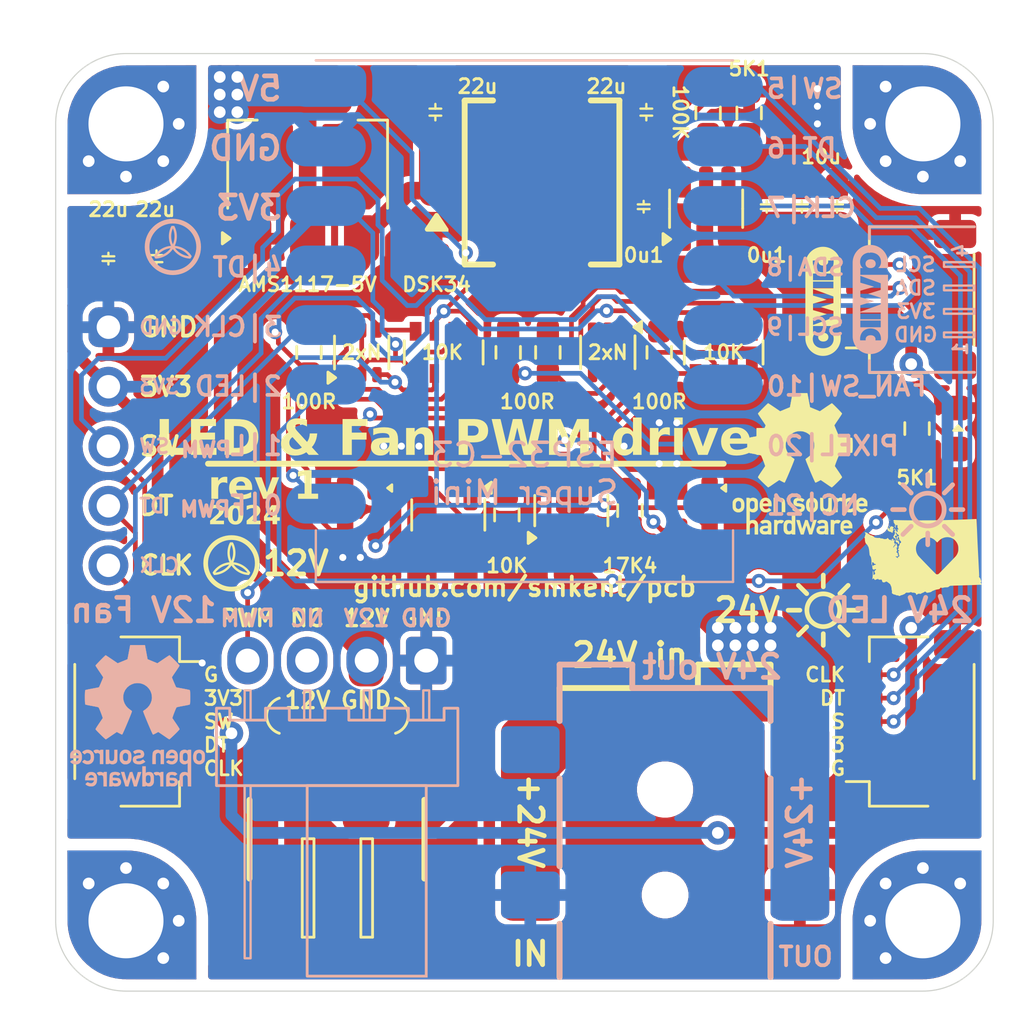
<source format=kicad_pcb>
(kicad_pcb (version 20240108) (generator "pcbnew") (generator_version "8.0")
  (layers (0 "F.Cu" signal) (31 "B.Cu" signal) (34 "B.Paste" user) (35 "F.Paste" user) (36 "B.SilkS" user "B.Silkscreen") (37 "F.SilkS" user "F.Silkscreen") (38 "B.Mask" user) (39 "F.Mask" user) (44 "Edge.Cuts" user))
  (net 0 "")
  (net 1 "+24V")
  (net 2 "GND")
  (net 4 "LIGHT_PWM")
  (net 5 "+5V")
  (net 7 "+3V3")
  (net 8 "LIGHT_OUT")
  (net 9 "/P_GATE_1")
  (net 10 "/P_GATE_2")
  (net 11 "/N_SRC_1")
  (net 12 "/N_SRC_2")
  (net 13 "LIGHT_BUTTON")
  (net 14 "LIGHT_DT")
  (net 15 "LIGHT_CLK")
  (net 16 "FAN_BUTTON")
  (net 17 "FAN_DT")
  (net 18 "FAN_CLK")
  (net 19 "Net-(LED1-A)")
  (net 20 "STATUS_LED")
  (net 21 "SCL")
  (net 22 "SDA")
  (net 23 "NEOPIXEL_DATA_5V")
  (net 24 "Net-(PIX1-DOUT)")
  (net 25 "NEOPIXEL_DATA_3V3")
  (net 26 "+12V")
  (net 28 "FAN_PWM_5V")
  (net 29 "FAN_PWM_3V3")
  (net 30 "Net-(U1-BOOT)")
  (net 32 "/SW_12V")
  (net 34 "Net-(Q1B-S)")
  (net 35 "Net-(Q1A-S)")
  (net 36 "Net-(Q2A-G)")
  (net 37 "/FB_12V")
  (net 38 "FAN_PWM_12V")
  (net 40 "Net-(Q2B-G)")
  (footprint "Package_TO_SOT_SMD:SOT-23" (layer "F.Cu") (at 102 69.5 90)
    (property "Reference" "Q3" (hide yes))
    (property "Value" "AO3401A")
  )
  (footprint "Package_TO_SOT_SMD:SOT-363_SC-70-6" (layer "F.Cu") (at 103.55625 62.75 -90)
    (property "Reference" "Q2" (hide yes))
    (property "Value" "2N7002DW")
  )
  (footprint "Resistor_SMD:R_Array_Convex_4x0603" (layer "F.Cu") (at 96.55625 62.75 90)
    (property "Reference" "RN2" (hide yes))
    (property "Value" "10K")
  )
  (footprint "custom:C_0603_1608Metric_Pad1.08x0.95mm_HandSolder" (layer "F.Cu") (at 105.086249 56.535 -90)
    (property "Reference" "C4" (hide yes))
    (property "Value" "0u1")
  )
  (footprint "Resistor_SMD:R_0603_1608Metric_Pad0.98x0.95mm_HandSolder" (layer "F.Cu") (at 107.836249 52.535 90)
    (property "Reference" "R1" (hide yes))
    (property "Value" "100K")
  )
  (footprint "custom:C_0603_1608Metric_Pad1.08x0.95mm_HandSolder" (layer "F.Cu") (at 82.25 58.75 90)
    (property "Reference" "C13" (hide yes))
    (property "Value" "22u")
  )
  (footprint "Package_TO_SOT_SMD:SOT-223-3_TabPin2" (layer "F.Cu") (at 90.75 54.75 90)
    (property "Reference" "U2" (hide yes))
    (property "Value" "AMS1117-5.0")
  )
  (footprint "mechanical:MountingHole_3.2mm_M3_Pad_Via_corner_compact" (layer "F.Cu") (at 83 53 -90)
    (property "Reference" "MH_NW" (hide yes))
    (property "Value" "MountingHole_3.2mm_M3_Pad_Via_corner_compact" (hide yes))
  )
  (footprint "custom:JST_SH_SM05B-SRSS-TB_1x05-1MP_P1.00mm_Horizontal" (layer "F.Cu") (at 83.5 78.5 -90)
    (property "Reference" "J3")
    (property "Value" "JST SH")
  )
  (footprint "custom:DC-IN_DC-050-2.0-BB_rev2" (layer "F.Cu") (at 106 83 180)
    (property "Reference" "J0" (hide yes))
    (property "Value" "Barrel_Jack_Switch")
  )
  (footprint "Symbol:OSHW-Logo_5.7x6mm_SilkScreen" (layer "F.Cu") (at 111.75 67.5)
    (property "Reference" "REF**" (hide yes))
    (property "Value" "OSHW-Logo_5.7x6mm_SilkScreen" (hide yes))
  )
  (footprint "custom:LED_0603_1608Metric_Pad1.05x0.95mm_HandSolder_simple" (layer "F.Cu") (at 118.5 66 -90)
    (property "Reference" "LED1" (hide yes))
    (property "Value" "LED_Small")
  )
  (footprint "custom:C_0603_1608Metric_Pad1.08x0.95mm_HandSolder" (layer "F.Cu") (at 113.336249 56.535 90)
    (property "Reference" "C1" (hide yes))
    (property "Value" "10u")
  )
  (footprint "custom:C_0603_1608Metric_Pad1.08x0.95mm_HandSolder" (layer "F.Cu") (at 111.836249 56.535 90)
    (property "Reference" "C2" (hide yes))
    (property "Value" "10u")
  )
  (footprint "graphics:wa-state-heart-5mm" (layer "F.Cu") (at 117 71.5)
    (property "Reference" "G***" (hide yes))
    (property "Value" "LOGO" (hide yes))
  )
  (footprint "custom:C_0805_2012Metric_Pad1.18x1.45mm_HandSolder" (layer "F.Cu") (at 105.25 52.5 90)
    (property "Reference" "C5" (hide yes))
    (property "Value" "22u")
  )
  (footprint "custom:D_SOD-123F_simple" (layer "F.Cu") (at 96.25 57.25 -90)
    (property "Reference" "D1" (hide yes))
    (property "Value" "DSK34W")
  )
  (footprint "Resistor_SMD:R_0603_1608Metric_Pad0.98x0.95mm_HandSolder" (layer "F.Cu") (at 101 62.75 90)
    (property "Reference" "R11" (hide yes))
    (property "Value" "100R")
  )
  (footprint "custom:Conn_Combo_JST-1x02-XH_PH-SMD-pad2gnd" (layer "F.Cu") (at 92 81.5)
    (property "Reference" "J4" (hide yes))
    (property "Value" "JST XH/PH")
  )
  (footprint "Resistor_SMD:R_0603_1608Metric_Pad0.98x0.95mm_HandSolder" (layer "F.Cu") (at 99.30625 62.75 -90)
    (property "Reference" "R6" (hide yes))
    (property "Value" "100R")
  )
  (footprint "Resistor_SMD:R_0603_1608Metric_Pad0.98x0.95mm_HandSolder" (layer "F.Cu") (at 116.75 66 -90)
    (property "Reference" "R0" (hide yes))
    (property "Value" "5K1")
  )
  (footprint "Package_TO_SOT_SMD:SOT-23-6" (layer "F.Cu") (at 107.751249 56.62 90)
    (property "Reference" "U1" (hide yes))
    (property "Value" "TPS54202DDCR")
  )
  (footprint "Resistor_SMD:R_0603_1608Metric_Pad0.98x0.95mm_HandSolder" (layer "F.Cu") (at 105.75 62.75 90)
    (property "Reference" "R7" (hide yes))
    (property "Value" "100R")
  )
  (footprint "Resistor_SMD:R_0603_1608Metric_Pad0.98x0.95mm_HandSolder" (layer "F.Cu") (at 99.25 69.6875 90)
    (property "Reference" "R14" (hide yes))
    (property "Value" "10K")
  )
  (footprint "Resistor_SMD:R_0603_1608Metric_Pad0.98x0.95mm_HandSolder" (layer "F.Cu") (at 109.586249 52.535 -90)
    (property "Reference" "R2" (hide yes))
    (property "Value" "5K1")
  )
  (footprint "mechanical:MountingHole_3.2mm_M3_Pad_Via_corner_compact" (layer "F.Cu") (at 83 87)
    (property "Reference" "MH_SW" (hide yes))
    (property "Value" "MountingHole_3.2mm_M3_Pad_Via_corner_compact" (hide yes))
  )
  (footprint "mechanical:MountingHole_3.2mm_M3_Pad_Via_corner_compact" (layer "F.Cu") (at 117 87 90)
    (property "Reference" "MH_SE" (hide yes))
    (property "Value" "MountingHole_3.2mm_M3_Pad_Via_corner_compact" (hide yes))
  )
  (footprint "Resistor_SMD:R_0603_1608Metric_Pad0.98x0.95mm_HandSolder" (layer "F.Cu") (at 104.5 69.5 90)
    (property "Reference" "R12" (hide yes))
    (property "Value" "17K4")
  )
  (footprint "Resistor_SMD:R_Array_Convex_4x0603" (layer "F.Cu") (at 108.5 62.75 90)
    (property "Reference" "RN1" (hide yes))
    (property "Value" "10K")
  )
  (footprint "custom:JST_SH_SM05B-SRSS-TB_1x05-1MP_P1.00mm_Horizontal" (layer "F.Cu") (at 116.5 78.5 90)
    (property "Reference" "J2")
    (property "Value" "JST SH")
  )
  (footprint "Package_TO_SOT_SMD:SOT-363_SC-70-6" (layer "F.Cu") (at 93.05625 62.75 90)
    (property "Reference" "Q1" (hide yes))
    (property "Value" "2N7002DW")
  )
  (footprint "custom:C_0603_1608Metric_Pad1.08x0.95mm_HandSolder" (layer "F.Cu") (at 110.336249 56.535 90)
    (property "Reference" "C3" (hide yes))
    (property "Value" "0u1")
  )
  (footprint "Package_TO_SOT_SMD:SOT-23" (layer "F.Cu") (at 96.75 69.6875 -90)
    (property "Reference" "Q4" (hide yes))
    (property "Value" "AO3401A")
  )
  (footprint "Resistor_SMD:R_0603_1608Metric_Pad0.98x0.95mm_HandSolder" (layer "F.Cu") (at 90.80625 62.75 -90)
    (property "Reference" "R5" (hide yes))
    (property "Value" "100R")
  )
  (footprint "custom:C_0805_2012Metric_Pad1.18x1.45mm_HandSolder" (layer "F.Cu") (at 84.25 58.75 -90)
    (property "Reference" "C8" (hide yes))
    (property "Value" "22u")
  )
  (footprint "lcsc:LED-SMD_4P-L2.0-W2.0-BR-1" (layer "F.Cu") (at 93 69.4375 90)
    (property "Reference" "PIX1")
    (property "Value" "WS2812B-2020")
  )
  (footprint "custom:C_0805_2012Metric_Pad1.18x1.45mm_HandSolder" (layer "F.Cu") (at 96.25 52.5 90)
    (property "Reference" "C6" (hide yes))
    (property "Value" "22u")
  )
  (footprint "mechanical:MountingHole_3.2mm_M3_Pad_Via_corner_compact" (layer "F.Cu") (at 117 53 180)
    (property "Reference" "MH_NE" (hide yes))
    (property "Value" "MountingHole_3.2mm_M3_Pad_Via_corner_compact" (hide yes))
  )
  (footprint "lcsc:IND-SMD_L7.0-W6.6" (layer "F.Cu") (at 100.75 55.5 90)
    (property "Reference" "L1" (hide yes))
    (property "Value" "22u")
  )
  (footprint "connectors:Qwiic-SMD-horizontal-logo-bottom-pinout" (layer "F.Cu") (at 116.5 60.5 90)
    (property "Reference" "J5" (hide yes))
    (property "Value" "Qwiic")
  )
  (footprint "lcsc:LED-SMD_4P-L2.0-W2.0-BR-1" (layer "F.Cu") (at 107.25 69.4375 90)
    (property "Reference" "PIX2")
    (property "Value" "WS2812B-2020")
  )
  (footprint "custom:PinHeader_1x05_P2.54mm_Vertical_simple_pad1gnd" (layer "B.Cu") (at 82.25 61.675 180)
    (property "Reference" "J6" (hide yes))
    (property "Value" "Pin headers")
  )
  (footprint "aliexpress:ESP32-C3-Super-Mini-Castellated-SMD-only" (layer "B.Cu") (at 100 59.0435 180)
    (property "Reference" "SM1" (hide yes))
    (property "Value" "~")
  )
  (footprint "connectors:FanPinHeader_1x04_P2.54mm_Horizontal" (layer "B.Cu") (at 95.81 75.899 180)
    (property "Reference" "M1" (hide yes))
    (property "Value" "KF2510")
  )
  (footprint "Symbol:OSHW-Logo_5.7x6mm_SilkScreen" (layer "B.Cu") (at 83.5 78.25 180)
    (property "Reference" "REF**" (hide yes))
    (property "Value" "OSHW-Logo_5.7x6mm_SilkScreen" (hide yes))
  )
  (footprint "custom:DC-IN_DC-050-2.0-BB_rev2" (layer "B.Cu") (at 106 83)
    (property "Reference" "J1" (hide yes))
    (property "Value" "Barrel_Jack_Switch")
  )
  (gr_line (start 118.267766 70.517767) (end 117.914213 70.164213) (stroke (width 0.2)) (layer "B.SilkS"))
  (gr_arc (start 85.027389 57.399788) (mid 85.000001 58.250001) (end 84.27739 58.698825) (stroke (width 0.1)) (layer "B.SilkS"))
  (gr_arc (start 84.250001 58.651387) (mid 85 58.249999) (end 85.75 58.651386) (stroke (width 0.1)) (layer "B.SilkS"))
  (gr_line (start 117.207107 70.457107) (end 117.207107 70.957107) (stroke (width 0.2)) (layer "B.SilkS"))
  (gr_line (start 117.207107 67.957107) (end 117.207107 68.457107) (stroke (width 0.2)) (layer "B.SilkS"))
  (gr_circle (center 117.207107 69.457107) (end 116.507107 69.457107) (stroke (width 0.2)) (fill none) (layer "B.SilkS"))
  (gr_line (start 117.914214 68.749999) (end 118.267766 68.396447) (stroke (width 0.2)) (layer "B.SilkS"))
  (gr_line (start 118.707106 69.457107) (end 118.207107 69.457107) (stroke (width 0.2)) (layer "B.SilkS"))
  (gr_line (start 116.146447 70.517766) (end 116.5 70.164213) (stroke (width 0.2)) (layer "B.SilkS"))
  (gr_circle (center 85 58.25) (end 83.9 58.25) (stroke (width 0.2)) (fill none) (layer "B.SilkS"))
  (gr_line (start 116.207106 69.457107) (end 115.707107 69.457107) (stroke (width 0.2)) (layer "B.SilkS"))
  (gr_line (start 116.5 68.75) (end 116.146446 68.396447) (stroke (width 0.2)) (layer "B.SilkS"))
  (gr_arc (start 85.72261 58.698825) (mid 84.999999 58.25) (end 84.972612 57.399788) (stroke (width 0.1)) (layer "B.SilkS"))
  (gr_line (start 111.250001 73.75) (end 111.75 73.75) (stroke (width 0.2)) (layer "F.SilkS"))
  (gr_circle (center 87.5 71.75) (end 88.6 71.75) (stroke (width 0.2)) (fill none) (layer "F.SilkS"))
  (gr_circle (center 112.75 73.75) (end 113.45 73.75) (stroke (width 0.2)) (fill none) (layer "F.SilkS"))
  (gr_arc (start 86.75 72.151386) (mid 87.5 71.749999) (end 88.249999 72.151387) (stroke (width 0.1)) (layer "F.SilkS"))
  (gr_arc (start 89.540569 79) (mid 89 78.25) (end 89.540569 77.5) (stroke (width 0.12)) (layer "F.SilkS"))
  (gr_arc (start 87.527388 70.899788) (mid 87.5 71.749999) (end 86.77739 72.198825) (stroke (width 0.1)) (layer "F.SilkS"))
  (gr_arc (start 94.5 77.5) (mid 95.040569 78.25) (end 94.5 79) (stroke (width 0.12)) (layer "F.SilkS"))
  (gr_arc (start 88.22261 72.198825) (mid 87.5 71.75) (end 87.472611 70.899788) (stroke (width 0.1)) (layer "F.SilkS"))
  (gr_line (start 86.5 67.5) (end 108.5 67.5) (stroke (width 0.25)) (layer "F.SilkS"))
  (gr_line (start 113.750001 73.75) (end 114.25 73.75) (stroke (width 0.2)) (layer "F.SilkS"))
  (gr_line (start 111.689341 74.81066) (end 112.042894 74.457106) (stroke (width 0.2)) (layer "F.SilkS"))
  (gr_line (start 112.042893 73.042892) (end 111.689341 72.68934) (stroke (width 0.2)) (layer "F.SilkS"))
  (gr_line (start 112.75 72.25) (end 112.75 72.75) (stroke (width 0.2)) (layer "F.SilkS"))
  (gr_line (start 113.81066 74.810659) (end 113.457107 74.457106) (stroke (width 0.2)) (layer "F.SilkS"))
  (gr_line (start 112.75 74.75) (end 112.75 75.25) (stroke (width 0.2)) (layer "F.SilkS"))
  (gr_line (start 113.457107 73.042893) (end 113.810661 72.68934) (stroke (width 0.2)) (layer "F.SilkS"))
  (gr_poly (pts (arc (start 117 90) (mid 119.12132 89.12132) (end 120 87)) (arc (start 120 53) (mid 119.12132 50.87868) (end 117 50)) (arc (start 83 50) (mid 80.87868 50.87868) (end 80 53)) (arc (start 80 87) (mid 80.87868 89.12132) (end 83 90))) (stroke (width 0.05)) (fill none) (layer "Edge.Cuts"))
  (gr_text "2|LED" (at 89.75 64.2 0) (layer "B.SilkS") (effects (font (size 0.8 0.8) (thickness 0.16) (bold yes)) (justify left mirror)))
  (gr_text "GND" (at 89.75 54.04 0) (layer "B.SilkS") (effects (font (size 1 1) (thickness 0.2) (bold yes)) (justify left mirror)))
  (gr_text "CLK|7" (at 110.25 56.58 0) (layer "B.SilkS") (effects (font (size 0.8 0.8) (thickness 0.16) (bold yes)) (justify right mirror)))
  (gr_text "24V out" (at 108 76.75 0) (layer "B.SilkS") (effects (font (size 1 1) (thickness 0.2) (bold yes)) (justify bottom mirror)))
  (gr_text "5V" (at 89.75 51.5 0) (layer "B.SilkS") (effects (font (size 1 1) (thickness 0.2) (bold yes)) (justify left mirror)))
  (gr_text "3|CLK" (at 89.75 61.66 0) (layer "B.SilkS") (effects (font (size 0.8 0.8) (thickness 0.16) (bold yes)) (justify left mirror)))
  (gr_text "SW" (at 83.5 66.755 0) (layer "B.SilkS") (effects (font (size 0.6 0.6) (thickness 0.12) (bold yes)) (justify right mirror)))
  (gr_text "24V LED" (at 116 73.75 0) (layer "B.SilkS") (effects (font (size 1 1) (thickness 0.2) (bold yes)) (justify mirror)))
  (gr_text "PWM" (at 88.19 74.5 0) (layer "B.SilkS") (effects (font (size 0.7 0.7) (thickness 0.14) (bold yes)) (justify bottom mirror)))
  (gr_text "4|DT" (at 89.75 59.12 0) (layer "B.SilkS") (effects (font (size 0.8 0.8) (thickness 0.16) (bold yes)) (justify left mirror)))
  (gr_text "SW|5" (at 110.25 51.5 0) (layer "B.SilkS") (effects (font (size 0.8 0.8) (thickness 0.16) (bold yes)) (justify right mirror)))
  (gr_text "PIXEL|20" (at 110.25 66.74 0) (layer "B.SilkS") (effects (font (size 0.8 0.8) (thickness 0.16) (bold yes)) (justify right mirror)))
  (gr_text "DT|6" (at 110.25 54.04 0) (layer "B.SilkS") (effects (font (size 0.8 0.8) (thickness 0.16) (bold yes)) (justify right mirror)))
  (gr_text "SCL|9" (at 110.25 61.66 0) (layer "B.SilkS") (effects (font (size 0.7 0.7) (thickness 0.14) (bold yes)) (justify right mirror)))
  (gr_text "1|L_{PWM}" (at 89.75 66.74 0) (layer "B.SilkS") (effects (font (size 0.8 0.8) (thickness 0.16) (bold yes)) (justify left mirror)))
  (gr_text "GND" (at 83.5 61.675 0) (layer "B.SilkS") (effects (font (size 0.6 0.6) (thickness 0.12) (bold yes)) (justify right mirror)))
  (gr_text "DT" (at 83.5 69.295 0) (layer "B.SilkS") (effects (font (size 0.6 0.6) (thickness 0.12) (bold yes)) (justify right mirror)))
  (gr_text "SDA|8" (at 110.25 59.12 0) (layer "B.SilkS") (effects (font (size 0.7 0.7) (thickness 0.14) (bold yes)) (justify right mirror)))
  (gr_text "0|F_{PWM}" (at 89.75 69.28 0) (layer "B.SilkS") (effects (font (size 0.8 0.8) (thickness 0.16) (bold yes)) (justify left mirror)))
  (gr_text "3V3" (at 83.5 64.215 0) (layer "B.SilkS") (effects (font (size 0.6 0.6) (thickness 0.12) (bold yes)) (justify right mirror)))
  (gr_text "12V" (at 93.27 74.5 0) (layer "B.SilkS") (effects (font (size 0.7 0.7) (thickness 0.14) (bold yes)) (justify bottom mirror)))
  (gr_text "OUT" (at 112 89 0) (layer "B.SilkS") (effects (font (size 0.8 0.8) (thickness 0.16) (bold yes)) (justify bottom mirror)))
  (gr_text "FAN_SW|10" (at 110.25 64.2 0) (layer "B.SilkS") (effects (font (size 0.8 0.8) (thickness 0.16) (bold yes)) (justify right mirror)))
  (gr_text "CLK" (at 83.5 71.835 0) (layer "B.SilkS") (effects (font (size 0.6 0.6) (thickness 0.12) (bold yes)) (justify right mirror)))
  (gr_text "NC" (at 90.73 74.5 0) (layer "B.SilkS") (effects (font (size 0.7 0.7) (thickness 0.14) (bold yes)) (justify bottom mirror)))
  (gr_text "GND" (at 95.81 74.5 0) (layer "B.SilkS") (effects (font (size 0.7 0.7) (thickness 0.14) (bold yes)) (justify bottom mirror)))
  (gr_text "+24V" (at 111.75 82.75 90) (layer "B.SilkS") (effects (font (size 1 1) (thickness 0.2) (bold yes)) (justify mirror)))
  (gr_text "3V3" (at 89.75 56.58 0) (layer "B.SilkS") (effects (font (size 1 1) (thickness 0.2) (bold yes)) (justify left mirror)))
  (gr_text "12V Fan" (at 83.75 73.75 0) (layer "B.SilkS") (effects (font (size 1 1) (thickness 0.2) (bold yes)) (justify mirror)))
  (gr_text "NC|21" (at 110.25 69.28 0) (layer "B.SilkS") (effects (font (size 0.8 0.8) (thickness 0.16) (bold yes)) (justify right mirror)))
  (gr_text "PWM" (at 88.19 74.5 0) (layer "F.SilkS") (effects (font (size 0.7 0.7) (thickness 0.14) (bold yes)) (justify bottom)))
  (gr_text "3" (at 113.75 79.5 0) (layer "F.SilkS") (effects (font (size 0.6 0.6) (thickness 0.12) (bold yes)) (justify right)))
  (gr_text "3V3" (at 83.5 64.215 0) (layer "F.SilkS") (effects (font (size 0.8 0.8) (thickness 0.16) (bold yes)) (justify left)))
  (gr_text "GND" (at 95.81 74.5 0) (layer "F.SilkS") (effects (font (size 0.7 0.7) (thickness 0.14) (bold yes)) (justify bottom)))
  (gr_text "AMS1117-5V" (at 90.75 59.5 0) (layer "F.SilkS") (effects (font (size 0.6 0.6) (thickness 0.12) (bold yes)) (justify top)))
  (gr_text "12V" (at 90.25 71.75 -0) (layer "F.SilkS") (effects (font (size 1 1) (thickness 0.2) (bold yes))))
  (gr_text "10u" (at 112.663751 54.75 0) (layer "F.SilkS") (effects (font (size 0.6 0.6) (thickness 0.12) (bold yes)) (justify bottom)))
  (gr_text "0u1" (at 110.336249 58.25 0) (layer "F.SilkS") (effects (font (size 0.6 0.6) (thickness 0.12) (bold yes)) (justify top)))
  (gr_text "12V" (at 93.27 74.5 0) (layer "F.SilkS") (effects (font (size 0.7 0.7) (thickness 0.14) (bold yes)) (justify bottom)))
  (gr_text "GND" (at 83.5 61.675 0) (layer "F.SilkS") (effects (font (size 0.8 0.8) (thickness 0.16) (bold yes)) (justify left)))
  (gr_text "2xN" (at 93.05625 62.75 0) (layer "F.SilkS") (effects (font (size 0.6 0.6) (thickness 0.12) (bold yes))))
  (gr_text "100R" (at 90.80625 64.5 0) (layer "F.SilkS") (effects (font (size 0.6 0.6) (thickness 0.12) (bold yes)) (justify top)))
  (gr_text "G" (at 86.25 76.5 0) (layer "F.SilkS") (effects (font (size 0.6 0.6) (thickness 0.12) (bold yes)) (justify left)))
  (gr_text "CLK" (at 86.25 80.5 0) (layer "F.SilkS") (effects (font (size 0.6 0.6) (thickness 0.12) (bold yes)) (justify left)))
  (gr_text "2024" (at 86.5 69.75 -0) (layer "F.SilkS") (effects (font (size 0.8 0.8) (thickness 0.24) (bold yes)) (justify left)))
  (gr_text "SW" (at 83.5 66.755 0) (layer "F.SilkS") (effects (font (size 0.8 0.8) (thickness 0.16) (bold yes)) (justify left)))
  (gr_text "S" (at 113.75 78.5 0) (layer "F.SilkS") (effects (font (size 0.6 0.6) (thickness 0.12) (bold yes)) (justify right)))
  (gr_text "github.com/smkent/pcb" (at 100 72.75 -0) (layer "F.SilkS") (effects (font (size 0.8 0.8) (thickness 0.16) (bold yes))))
  (gr_text "DSK34" (at 96.25 59.5 0) (layer "F.SilkS") (effects (font (size 0.6 0.6) (thickness 0.12) (bold yes)) (justify top)))
  (gr_text "10K" (at 99.25 71.5 0) (layer "F.SilkS") (effects (font (size 0.6 0.6) (thickness 0.12) (bold yes)) (justify top)))
  (gr_text "24V" (at 109.5 73.75 -0) (layer "F.SilkS") (effects (font (size 1 1) (thickness 0.2) (bold yes))))
  (gr_text "17K4" (at 104.5 71.5 0) (layer "F.SilkS") (effects (font (size 0.6 0.6) (thickness 0.12) (bold yes)) (justify top)))
  (gr_text "+24V" (at 100.25 82.75 -90) (layer "F.SilkS") (effects (font (size 1 1) (thickness 0.2) (bold yes))))
  (gr_text "100R" (at 105.75 64.5 0) (layer "F.SilkS") (effects (font (size 0.6 0.6) (thickness 0.12) (bold yes)) (justify top)))
  (gr_text "GND" (at 93.25 78 0) (layer "F.SilkS") (effects (font (size 0.7 0.7) (thickness 0.14) (bold yes)) (justify bottom)))
  (gr_text "24V in" (at 104.5 76.25 0) (layer "F.SilkS") (effects (font (size 1 1) (thickness 0.2) (bold yes)) (justify bottom)))
  (gr_text "100R" (at 100.125 64.5 0) (layer "F.SilkS") (effects (font (size 0.6 0.6) (thickness 0.12) (bold yes)) (justify top)))
  (gr_text "10K" (at 108.5 62.75 0) (layer "F.SilkS") (effects (font (size 0.6 0.6) (thickness 0.12) (bold yes))))
  (gr_text "DT" (at 113.75 77.5 0) (layer "F.SilkS") (effects (font (size 0.6 0.6) (thickness 0.12) (bold yes)) (justify right)))
  (gr_text "CLK" (at 83.5 71.835 0) (layer "F.SilkS") (effects (font (size 0.8 0.8) (thickness 0.16) (bold yes)) (justify left)))
  (gr_text "SW" (at 86.25 78.5 0) (layer "F.SilkS") (effects (font (size 0.6 0.6) (thickness 0.12) (bold yes)) (justify left)))
  (gr_text "22u" (at 98 51.75 0) (layer "F.SilkS") (effects (font (size 0.6 0.6) (thickness 0.12) (bold yes)) (justify bottom)))
  (gr_text "10K" (at 96.5 62.75 0) (layer "F.SilkS") (effects (font (size 0.6 0.6) (thickness 0.12) (bold yes))))
  (gr_text "3V3" (at 86.25 77.5 0) (layer "F.SilkS") (effects (font (size 0.6 0.6) (thickness 0.12) (bold yes)) (justify left)))
  (gr_text "CLK" (at 113.75 76.5 0) (layer "F.SilkS") (effects (font (size 0.6 0.6) (thickness 0.12) (bold yes)) (justify right)))
  (gr_text "G" (at 113.75 80.5 0) (layer "F.SilkS") (effects (font (size 0.6 0.6) (thickness 0.12) (bold yes)) (justify right)))
  (gr_text "100K" (at 107 52.5 -90) (layer "F.SilkS") (effects (font (size 0.6 0.6) (thickness 0.12) (bold yes)) (justify top)))
  (gr_text "0u1" (at 105.086249 58.25 0) (layer "F.SilkS") (effects (font (size 0.6 0.6) (thickness 0.12) (bold yes)) (justify top)))
  (gr_text "22u" (at 84.25 57 0) (layer "F.SilkS") (effects (font (size 0.6 0.6) (thickness 0.12) (bold yes)) (justify bottom)))
  (gr_text "IN" (at 100.25 89 0) (layer "F.SilkS") (effects (font (size 1 1) (thickness 0.2) (bold yes)) (justify bottom)))
  (gr_text "DT" (at 83.5 69.295 0) (layer "F.SilkS") (effects (font (size 0.8 0.8) (thickness 0.16) (bold yes)) (justify left)))
  (gr_text "12V" (at 90.75 78 0) (layer "F.SilkS") (effects (font (size 0.7 0.7) (thickness 0.14) (bold yes)) (justify bottom)))
  (gr_text "2xN" (at 103.55625 62.75 0) (layer "F.SilkS") (effects (font (size 0.6 0.6) (thickness 0.12) (bold yes))))
  (gr_text "LED & Fan PWM driver" (at 97.5 66.5 0) (layer "F.SilkS") (effects (font (size 1.5 1.5) (thickness 0.3) (bold yes))))
  (gr_text "5K1" (at 109.586249 51 0) (layer "F.SilkS") (effects (font (size 0.6 0.6) (thickness 0.12) (bold yes)) (justify bottom)))
  (gr_text "5K1" (at 116.75 67.75 0) (layer "F.SilkS") (effects (font (size 0.6 0.6) (thickness 0.12) (bold yes)) (justify top)))
  (gr_text "DT" (at 86.25 79.5 0) (layer "F.SilkS") (effects (font (size 0.6 0.6) (thickness 0.12) (bold yes)) (justify left)))
  (gr_text "rev 1" (at 86.5 68.5 -0) (layer "F.SilkS") (effects (font (size 1.2 1.2) (thickness 0.24) (bold yes)) (justify left)))
  (gr_text "NC" (at 90.73 74.5 0) (layer "F.SilkS") (effects (font (size 0.7 0.7) (thickness 0.14) (bold yes)) (justify bottom)))
  (gr_text "22u" (at 82.25 57 0) (layer "F.SilkS") (effects (font (size 0.6 0.6) (thickness 0.12) (bold yes)) (justify bottom)))
  (gr_text "22u" (at 103.5 51.75 0) (layer "F.SilkS") (effects (font (size 0.6 0.6) (thickness 0.12) (bold yes)) (justify bottom)))
  (segment (start 118.5 63.425) (end 118.375 63.3) (width 0.2) (layer "F.Cu") (net 2))
  (segment (start 109.408749 56.6) (end 110.336249 55.6725) (width 0.5) (layer "F.Cu") (net 2))
  (segment (start 106.801249 57.97) (end 106.801249 57.190001) (width 0.5) (layer "F.Cu") (net 2))
  (segment (start 118.5 65.125) (end 118.5 63.425) (width 0.2) (layer "F.Cu") (net 2))
  (segment (start 105.55336 56.509611) (end 105.552971 56.51) (width 0.2) (layer "F.Cu") (net 2))
  (segment (start 106.801249 57.190001) (end 107.39125 56.6) (width 0.5) (layer "F.Cu") (net 2))
  (segment (start 107.39125 56.6) (end 109.408749 56.6) (width 0.5) (layer "F.Cu") (net 2))
  (segment (start 105.552971 56.51) (end 103.76 56.51) (width 0.2) (layer "F.Cu") (net 2))
  (segment (start 106.801249 57.7575) (end 105.55336 56.509611) (width 0.2) (layer "F.Cu") (net 2))
  (via (at 94.75 66.75) (size 0.6) (drill 0.3) (layers "F.Cu" "B.Cu") (net 2))
  (via (at 112.5 53) (size 0.6) (drill 0.3) (layers "F.Cu" "B.Cu") (net 2))
  (via (at 104.25 66.75) (size 0.6) (drill 0.3) (layers "F.Cu" "B.Cu") (net 2))
  (via (at 86.25 76) (size 0.6) (drill 0.3) (layers "F.Cu" "B.Cu") (net 2))
  (via (at 92.25 71.5) (size 0.6) (drill 0.3) (layers "F.Cu" "B.Cu") (net 2))
  (via (at 112.5 51.5) (size 0.6) (drill 0.3) (layers "F.Cu" "B.Cu") (net 2))
  (via (at 93 71.5) (size 0.6) (drill 0.3) (layers "F.Cu" "B.Cu") (net 2))
  (via (at 95.5 66.75) (size 0.6) (drill 0.3) (layers "F.Cu" "B.Cu") (net 2))
  (via (at 105.75 67.5) (size 0.6) (drill 0.3) (layers "F.Cu" "B.Cu") (net 2))
  (via (at 112.5 52.25) (size 0.6) (drill 0.3) (layers "F.Cu" "B.Cu") (net 2))
  (via (at 106.5 65.75) (size 0.6) (drill 0.3) (layers "F.Cu" "B.Cu") (net 2))
  (via (at 105.75 65.75) (size 0.6) (drill 0.3) (layers "F.Cu" "B.Cu") (net 2))
  (via (at 94 66.75) (size 0.6) (drill 0.3) (layers "F.Cu" "B.Cu") (net 2))
  (via (at 106.5 67.5) (size 0.6) (drill 0.3) (layers "F.Cu" "B.Cu") (net 2))
  (segment (start 99.9625 62.875) (end 101 61.8375) (width 0.2) (layer "F.Cu") (net 4))
  (segment (start 93.57635 65.55) (end 97.10625 65.55) (width 0.2) (layer "F.Cu") (net 4))
  (segment (start 98.30625 63.403186) (end 98.834436 62.875) (width 0.2) (layer "F.Cu") (net 4))
  (segment (start 97.10625 65.55) (end 98.30625 64.35) (width 0.2) (layer "F.Cu") (net 4))
  (segment (start 98.834436 62.875) (end 99.9625 62.875) (width 0.2) (layer "F.Cu") (net 4))
  (segment (start 93.412615 65.386265) (end 93.57635 65.55) (width 0.2) (layer "F.Cu") (net 4))
  (segment (start 98.30625 64.35) (end 98.30625 63.403186) (width 0.2) (layer "F.Cu") (net 4))
  (via (at 93.412615 65.386265) (size 0.6) (drill 0.3) (layers "F.Cu" "B.Cu") (net 4))
  (segment (start 92.38 66.41888) (end 92.38 66.6635) (width 0.2) (layer "B.Cu") (net 4))
  (segment (start 93.412615 65.386265) (end 92.38 66.41888) (width 0.2) (layer "B.Cu") (net 4))
  (segment (start 84.25 56.88) (end 84.603924 56.88) (width 0.75) (layer "F.Cu") (net 5))
  (segment (start 84.603924 56.88) (end 86.88 54.603924) (width 0.75) (layer "F.Cu") (net 5))
  (segment (start 86.88 54.603924) (end 86.88 51.62) (width 0.75) (layer "F.Cu") (net 5))
  (segment (start 96.558213 60.99089) (end 97.29714 60.99089) (width 0.2) (layer "F.Cu") (net 5))
  (segment (start 96.45625 60.823033) (end 96.45625 60.888927) (width 0.2) (layer "F.Cu") (net 5))
  (segment (start 103.505198 69.375) (end 103.402416 69.272218) (width 0.2) (layer "F.Cu") (net 5))
  (segment (start 86.88 51.62) (end 87.5 51) (width 0.75) (layer "F.Cu") (net 5))
  (segment (start 96.15625 61.85) (end 96.15625 61.45) (width 0.2) (layer "F.Cu") (net 5))
  (segment (start 97.29714 60.99089) (end 97.75625 61.45) (width 0.2) (layer "F.Cu") (net 5))
  (segment (start 96.45625 61.15) (end 96.45625 60.823033) (width 0.2) (layer "F.Cu") (net 5))
  (segment (start 97.75625 61.45) (end 97.75625 61.85) (width 0.2) (layer "F.Cu") (net 5))
  (segment (start 96.45625 60.888927) (end 96.558213 60.99089) (width 0.2) (layer "F.Cu") (net 5))
  (segment (start 97.5 60.049103) (end 96.558213 60.99089) (width 0.2) (layer "F.Cu") (net 5))
  (segment (start 84.25 57.7125) (end 84.25 56.88) (width 0.75) (layer "F.Cu") (net 5))
  (segment (start 93.65 71) (end 93.65 70.3375) (width 0.2) (layer "F.Cu") (net 5))
  (segment (start 96.15625 61.45) (end 96.45625 61.15) (width 0.2) (layer "F.Cu") (net 5))
  (segment (start 90.75 57.9) (end 90.75 51.6) (width 0.75) (layer "F.Cu") (net 5))
  (segment (start 106.9375 69.375) (end 103.505198 69.375) (width 0.2) (layer "F.Cu") (net 5))
  (segment (start 97.5 58.5) (end 97.5 60.049103) (width 0.2) (layer "F.Cu") (net 5))
  (segment (start 107.9 70.3375) (end 106.9375 69.375) (width 0.2) (layer "F.Cu") (net 5))
  (via (at 87 52.5) (size 1) (drill 0.5) (layers "F.Cu" "B.Cu") (net 5))
  (via (at 87 51) (size 1) (drill 0.5) (layers "F.Cu" "B.Cu") (net 5))
  (via (at 93.65 71) (size 0.6) (drill 0.3) (layers "F.Cu" "B.Cu") (net 5))
  (via (at 96.558213 60.99089) (size 0.6) (drill 0.3) (layers "F.Cu" "B.Cu") (net 5))
  (via (at 103.402416 69.272218) (size 0.6) (drill 0.3) (layers "F.Cu" "B.Cu") (net 5))
  (via (at 87 51.75) (size 1) (drill 0.5) (layers "F.Cu" "B.Cu") (net 5))
  (via (at 87.75 51) (size 1) (drill 0.5) (layers "F.Cu" "B.Cu") (net 5))
  (via (at 87.75 51.75) (size 1) (drill 0.5) (layers "F.Cu" "B.Cu") (net 5))
  (via (at 97.5 58.5) (size 0.6) (drill 0.3) (layers "F.Cu" "B.Cu") (net 5))
  (via (at 87.75 52.5) (size 1) (drill 0.5) (layers "F.Cu" "B.Cu") (net 5))
  (segment (start 96.67369 69.272218) (end 103.402416 69.272218) (width 0.2) (layer "B.Cu") (net 5))
  (segment (start 96.358398 61.222239) (end 96.25 61.330637) (width 0.2) (layer "B.Cu") (net 5))
  (segment (start 96.67369 69.272218) (end 95.377782 69.272218) (width 0.2) (layer "B.Cu") (net 5))
  (segment (start 95.2 56.2) (end 95.2 54.2435) (width 0.2) (layer "B.Cu") (net 5))
  (segment (start 97.5 58.5) (end 95.2 56.2) (width 0.2) (layer "B.Cu") (net 5))
  (segment (start 96.25 61.330637) (end 96.25 69.272218) (width 0.2) (layer "B.Cu") (net 5))
  (segment (start 95.377782 69.272218) (end 93.65 71) (width 0.2) (layer "B.Cu") (net 5))
  (segment (start 95.2 54.2435) (end 92.38 51.4235) (width 0.2) (layer "B.Cu") (net 5))
  (segment (start 96.358398 61.190705) (end 96.358398 61.222239) (width 0.2) (layer "B.Cu") (net 5))
  (segment (start 96.25 69.272218) (end 96.67369 69.272218) (width 0.2) (layer "B.Cu") (net 5))
  (segment (start 96.558213 60.99089) (end 96.358398 61.190705) (width 0.2) (layer "B.Cu") (net 5))
  (segment (start 81.8875 59.6125) (end 82.25 59.6125) (width 0.5) (layer "F.Cu") (net 7))
  (segment (start 93.05625 63.7) (end 93.05625 61.8) (width 0.2) (layer "F.Cu") (net 7))
  (segment (start 94.78125 63.075) (end 93.356251 63.075) (width 0.2) (layer "F.Cu") (net 7))
  (segment (start 116.5 63.25) (end 116.5 61.75) (width 0.5) (layer "F.Cu") (net 7))
  (segment (start 94.5 63.075) (end 94.78125 63.075) (width 0.2) (layer "F.Cu") (net 7))
  (segment (start 93.05625 63.375001) (end 93.05625 63.7) (width 0.2) (layer "F.Cu") (net 7))
  (segment (start 80.75 60.75) (end 81.8875 59.6125) (width 0.5) (layer "F.Cu") (net 7))
  (segment (start 116.5 80) (end 116 79.5) (width 0.5) (layer "F.Cu") (net 7))
  (segment (start 84.35 76.022316) (end 84.35 66.315) (width 0.5) (layer "F.Cu") (net 7))
  (segment (start 95.35625 63.05) (end 95.671741 62.734509) (width 0.2) (layer "F.Cu") (net 7))
  (segment (start 108.25 83.25) (end 114.25 83.25) (width 0.5) (layer "F.Cu") (net 7))
  (segment (start 116 79.5) (end 116.5 79) (width 0.5) (layer "F.Cu") (net 7))
  (segment (start 94.5 62.4) (end 94.5 63.075) (width 0.2) (layer "F.Cu") (net 7))
  (segment (start 85.5 77.5) (end 84.725001 77.5) (width 0.5) (layer "F.Cu") (net 7))
  (segment (start 84.175 76.197316) (end 84.35 76.022316) (width 0.5) (layer "F.Cu") (net 7))
  (segment (start 116 79.5) (end 114.5 79.5) (width 0.5) (layer "F.Cu") (net 7))
  (segment (start 84.725001 77.5) (end 84.175 76.949999) (width 0.5) (layer "F.Cu") (net 7))
  (segment (start 93.356251 63.075) (end 93.05625 63.375001) (width 0.2) (layer "F.Cu") (net 7))
  (segment (start 84.175 76.949999) (end 84.175 76.197316) (width 0.5) (layer "F.Cu") (net 7))
  (segment (start 96.95625 62.258011) (end 96.95625 61.85) (width 0.2) (layer "F.Cu") (net 7))
  (segment (start 95.35625 63.65) (end 95.35625 63.05) (width 0.2) (layer "F.Cu") (net 7))
  (segment (start 116.5 81) (end 116.5 80) (width 0.5) (layer "F.Cu") (net 7))
  (segment (start 86.127684 77.5) (end 85.5 77.5) (width 0.5) (layer "F.Cu") (net 7))
  (segment (start 116.5 61.75) (end 115.75 61) (width 0.5) (layer "F.Cu") (net 7))
  (segment (start 87.5 78.872316) (end 86.127684 77.5) (width 0.5) (layer "F.Cu") (net 7))
  (segment (start 95.671741 62.734509) (end 96.479752 62.734509) (width 0.2) (layer "F.Cu") (net 7))
  (segment (start 115.75 61) (end 114.5 61) (width 0.5) (layer "F.Cu") (net 7))
  (segment (start 114.25 83.25) (end 116.5 81) (width 0.5) (layer "F.Cu") (net 7))
  (segment (start 84.35 66.315) (end 82.25 64.215) (width 0.5) (layer "F.Cu") (net 7))
  (segment (start 116.5 79) (end 116.5 74.5) (width 0.5) (layer "F.Cu") (net 7))
  (segment (start 80.75 62.715) (end 80.75 60.75) (width 0.5) (layer "F.Cu") (net 7))
  (segment (start 87.5 79) (end 87.5 78.872316) (width 0.5) (layer "F.Cu") (net 7))
  (segment (start 82.25 64.215) (end 80.75 62.715) (width 0.5) (layer "F.Cu") (net 7))
  (segment (start 96.479752 62.734509) (end 96.95625 62.258011) (width 0.2) (layer "F.Cu") (net 7))
  (segment (start 95.35625 63.65) (end 94.78125 63.075) (width 0.2) (layer "F.Cu") (net 7))
  (via (at 116.5 74.5) (size 1) (drill 0.5) (layers "F.Cu" "B.Cu") (net 7))
  (via (at 108.25 83.25) (size 1) (drill 0.5) (layers "F.Cu" "B.Cu") (net 7))
  (via (at 87.5 79) (size 1) (drill 0.5) (layers "F.Cu" "B.Cu") (net 7))
  (via (at 116.5 63.25) (size 1) (drill 0.5) (layers "F.Cu" "B.Cu") (net 7))
  (via (at 94.5 62.4) (size 0.6) (drill 0.3) (layers "F.Cu" "B.Cu") (net 7))
  (segment (start 93.93 60.941469) (end 93.53 60.541469) (width 0.2) (layer "B.Cu") (net 7))
  (segment (start 94.5 62.4) (end 93.93 61.83) (width 0.2) (layer "B.Cu") (net 7))
  (segment (start 93.53 60.541469) (end 93.53 57.6535) (width 0.2) (layer "B.Cu") (net 7))
  (segment (start 93.93 61.83) (end 93.93 60.941469) (width 0.2) (layer "B.Cu") (net 7))
  (segment (start 118.05 64.8) (end 116.5 63.25) (width 0.5) (layer "B.Cu") (net 7))
  (segment (start 89.38 58.505022) (end 91.381522 56.5035) (width 0.5) (layer "B.Cu") (net 7))
  (segment (start 93.53 57.6535) (end 92.38 56.5035) (width 0.2) (layer "B.Cu") (net 7))
  (segment (start 116.5 74.5) (end 116.972182 74.5) (width 0.5) (layer "B.Cu") (net 7))
  (segment (start 89.38 59.092182) (end 89.38 58.505022) (width 0.5) (layer "B.Cu") (net 7))
  (segment (start 116.972182 74.5) (end 118.05 73.422182) (width 0.5) (layer "B.Cu") (net 7))
  (segment (start 118.05 73.422182) (end 118.05 64.8) (width 0.5) (layer "B.Cu") (net 7))
  (segment (start 88.25 83.25) (end 108.25 83.25) (width 0.5) (layer "B.Cu") (net 7))
  (segment (start 87.5 82.5) (end 88.25 83.25) (width 0.5) (layer "B.Cu") (net 7))
  (segment (start 87.5 79) (end 87.5 82.5) (width 0.5) (layer "B.Cu") (net 7))
  (segment (start 82.25 64.215) (end 84.257182 64.215) (width 0.5) (layer "B.Cu") (net 7))
  (segment (start 91.381522 56.5035) (end 92.38 56.5035) (width 0.5) (layer "B.Cu") (net 7))
  (segment (start 84.257182 64.215) (end 89.38 59.092182) (width 0.5) (layer "B.Cu") (net 7))
  (via (at 109.75 74.5) (size 1) (drill 0.5) (layers "F.Cu" "B.Cu") (net 8))
  (via (at 108.25 75.25) (size 1) (drill 0.5) (layers "F.Cu" "B.Cu") (net 8))
  (via (at 110.5 75.25) (size 1) (drill 0.5) (layers "F.Cu" "B.Cu") (net 8))
  (via (at 110.5 74.5) (size 1) (drill 0.5) (layers "F.Cu" "B.Cu") (net 8))
  (via (at 109.75 75.25) (size 1) (drill 0.5) (layers "F.Cu" "B.Cu") (net 8))
  (via (at 108.25 74.5) (size 1) (drill 0.5) (layers "F.Cu" "B.Cu") (net 8))
  (via (at 109 74.5) (size 1) (drill 0.5) (layers "F.Cu" "B.Cu") (net 8))
  (via (at 109 75.25) (size 1) (drill 0.5) (layers "F.Cu" "B.Cu") (net 8))
  (segment (start 102.90625 61.8) (end 102.90625 62.12777) (width 0.2) (layer "F.Cu") (net 9))
  (segment (start 102.90625 62.12777) (end 103.631397 62.852917) (width 0.2) (layer "F.Cu") (net 9))
  (segment (start 101.05 70.4375) (end 101.05 67.6375) (width 0.2) (layer "F.Cu") (net 9))
  (segment (start 103.247483 67.489723) (end 103.274853 67.462353) (width 0.2) (layer "F.Cu") (net 9))
  (segment (start 104.5 68.5875) (end 103.374853 67.462353) (width 0.2) (layer "F.Cu") (net 9))
  (segment (start 101.05 67.6375) (end 101.197777 67.489723) (width 0.2) (layer "F.Cu") (net 9))
  (segment (start 103.631397 62.852917) (end 104.287231 62.852917) (width 0.2) (layer "F.Cu") (net 9))
  (segment (start 104.70625 63.271936) (end 104.70625 64.922705) (width 0.2) (layer "F.Cu") (net 9))
  (segment (start 103.374853 66.254102) (end 103.374853 67.462353) (width 0.2) (layer "F.Cu") (net 9))
  (segment (start 104.70625 64.922705) (end 103.374853 66.254102) (width 0.2) (layer "F.Cu") (net 9))
  (segment (start 104.287231 62.852917) (end 104.70625 63.271936) (width 0.2) (layer "F.Cu") (net 9))
  (segment (start 103.374853 67.462353) (end 103.274853 67.462353) (width 0.2) (layer "F.Cu") (net 9))
  (segment (start 101.197777 67.489723) (end 103.247483 67.489723) (width 0.2) (layer "F.Cu") (net 9))
  (segment (start 104.20625 63.7) (end 104.20625 64.857019) (width 0.2) (layer "F.Cu") (net 10))
  (segment (start 104.20625 64.857019) (end 102.974853 66.088416) (width 0.2) (layer "F.Cu") (net 10))
  (segment (start 102.910277 67.089723) (end 100.913463 67.089723) (width 0.2) (layer "F.Cu") (net 10))
  (segment (start 97.7 68.75) (end 99.225 68.75) (width 0.2) (layer "F.Cu") (net 10))
  (segment (start 100.913463 67.089723) (end 99.25 68.753186) (width 0.2) (layer "F.Cu") (net 10))
  (segment (start 99.25 68.753186) (end 99.25 68.775) (width 0.2) (layer "F.Cu") (net 10))
  (segment (start 99.225 68.75) (end 99.25 68.775) (width 0.2) (layer "F.Cu") (net 10))
  (segment (start 102.974853 66.088416) (end 102.974853 67.025147) (width 0.2) (layer "F.Cu") (net 10))
  (segment (start 102.974853 67.025147) (end 102.910277 67.089723) (width 0.2) (layer "F.Cu") (net 10))
  (segment (start 102.00625 62.359142) (end 102.90625 63.259142) (width 0.2) (layer "F.Cu") (net 11))
  (segment (start 105.375 60.65) (end 104.900001 60.175001) (width 0.2) (layer "F.Cu") (net 11))
  (segment (start 102.503179 60.560786) (end 102.503179 60.743929) (width 0.2) (layer "F.Cu") (net 11))
  (segment (start 103.088964 59.975001) (end 102.503179 60.560786) (width 0.2) (layer "F.Cu") (net 11))
  (segment (start 108.865686 60.65) (end 105.375 60.65) (width 0.2) (layer "F.Cu") (net 11))
  (segment (start 102.503179 60.743929) (end 102.00625 61.240858) (width 0.2) (layer "F.Cu") (net 11))
  (segment (start 103.917394 59.975001) (end 103.088964 59.975001) (width 0.2) (layer "F.Cu") (net 11))
  (segment (start 102.90625 63.259142) (end 102.90625 63.7) (width 0.2) (layer "F.Cu") (net 11))
  (segment (start 109.7 61.85) (end 109.7 61.484314) (width 0.2) (layer "F.Cu") (net 11))
  (segment (start 104.900001 60.175001) (end 104.117394 60.175001) (width 0.2) (layer "F.Cu") (net 11))
  (segment (start 109.7 61.484314) (end 108.865686 60.65) (width 0.2) (layer "F.Cu") (net 11))
  (segment (start 102.00625 61.240858) (end 102.00625 62.359142) (width 0.2) (layer "F.Cu") (net 11))
  (segment (start 104.117394 60.175001) (end 103.917394 59.975001) (width 0.2) (layer "F.Cu") (net 11))
  (segment (start 104.40625 62) (end 104.658277 62) (width 0.2) (layer "F.Cu") (net 12))
  (segment (start 105.408277 62.75) (end 107.65 62.75) (width 0.2) (layer "F.Cu") (net 12))
  (segment (start 104.658277 62) (end 105.408277 62.75) (width 0.2) (layer "F.Cu") (net 12))
  (segment (start 104.20625 61.8) (end 104.40625 62) (width 0.2) (layer "F.Cu") (net 12))
  (segment (start 107.65 62.75) (end 108.1 63.2) (width 0.2) (layer "F.Cu") (net 12))
  (segment (start 108.1 63.2) (end 108.1 63.65) (width 0.2) (layer "F.Cu") (net 12))
  (segment (start 115.75 78.5) (end 114.5 78.5) (width 0.2) (layer "F.Cu") (net 13))
  (via (at 115.75 78.5) (size 0.6) (drill 0.3) (layers "F.Cu" "B.Cu") (net 13))
  (segment (start 116.35 77.465686) (end 116.35 77.9) (width 0.2) (layer "B.Cu") (net 13))
  (segment (start 116.855 56.605) (end 119.4 59.15) (width 0.2) (layer "B.Cu") (net 13))
  (segment (start 119.4 59.15) (end 119.4 73.981372) (width 0.2) (layer "B.Cu") (net 13))
  (segment (start 115.182492 56.605) (end 116.855 56.605) (width 0.2) (layer "B.Cu") (net 13))
  (segment (start 107.62 51.4235) (end 110.000992 51.4235) (width 0.2) (layer "B.Cu") (net 13))
  (segment (start 116.75 77.065686) (end 116.35 77.465686) (width 0.2) (layer "B.Cu") (net 13))
  (segment (start 116.75 76.631372) (end 116.75 77.065686) (width 0.2) (layer "B.Cu") (net 13))
  (segment (start 116.35 77.9) (end 115.75 78.5) (width 0.2) (layer "B.Cu") (net 13))
  (segment (start 110.000992 51.4235) (end 115.182492 56.605) (width 0.2) (layer "B.Cu") (net 13))
  (segment (start 119.4 73.981372) (end 116.75 76.631372) (width 0.2) (layer "B.Cu") (net 13))
  (segment (start 115.75 77.5) (end 114.5 77.5) (width 0.2) (layer "F.Cu") (net 14))
  (via (at 115.75 77.5) (size 0.6) (drill 0.3) (layers "F.Cu" "B.Cu") (net 14))
  (segment (start 107.62 53.9635) (end 111.975306 53.9635) (width 0.2) (layer "B.Cu") (net 14))
  (segment (start 119 73.815686) (end 116.35 76.465686) (width 0.2) (layer "B.Cu") (net 14))
  (segment (start 116.35 76.9) (end 115.75 77.5) (width 0.2) (layer "B.Cu") (net 14))
  (segment (start 115.016806 57.005) (end 116.689314 57.005) (width 0.2) (layer "B.Cu") (net 14))
  (segment (start 116.689314 57.005) (end 119 59.315686) (width 0.2) (layer "B.Cu") (net 14))
  (segment (start 111.975306 53.9635) (end 115.016806 57.005) (width 0.2) (layer "B.Cu") (net 14))
  (segment (start 116.35 76.465686) (end 116.35 76.9) (width 0.2) (layer "B.Cu") (net 14))
  (segment (start 119 59.315686) (end 119 73.815686) (width 0.2) (layer "B.Cu") (net 14))
  (segment (start 114.5 76.5) (end 115.75 76.5) (width 0.2) (layer "F.Cu") (net 15))
  (via (at 115.75 76.5) (size 0.6) (drill 0.3) (layers "F.Cu" "B.Cu") (net 15))
  (segment (start 113.94962 56.5035) (end 107.62 56.5035) (width 0.2) (layer "B.Cu") (net 15))
  (segment (start 114.85112 57.405) (end 113.94962 56.5035) (width 0.2) (layer "B.Cu") (net 15))
  (segment (start 115.75 76.5) (end 118.6 73.65) (width 0.2) (layer "B.Cu") (net 15))
  (segment (start 118.6 73.65) (end 118.6 59.481372) (width 0.2) (layer "B.Cu") (net 15))
  (segment (start 118.6 59.481372) (end 116.523628 57.405) (width 0.2) (layer "B.Cu") (net 15))
  (segment (start 116.523628 57.405) (end 114.85112 57.405) (width 0.2) (layer "B.Cu") (net 15))
  (segment (start 85.5 78.5) (end 84.725001 78.5) (width 0.2) (layer "F.Cu") (net 16))
  (segment (start 84.725001 78.5) (end 83.625 77.399999) (width 0.2) (layer "F.Cu") (net 16))
  (segment (start 83.625 77.399999) (end 83.625 75.969498) (width 0.2) (layer "F.Cu") (net 16))
  (segment (start 83.8 68.305) (end 82.25 66.755) (width 0.2) (layer "F.Cu") (net 16))
  (segment (start 83.625 75.969498) (end 83.8 75.794499) (width 0.2) (layer "F.Cu") (net 16))
  (segment (start 83.8 75.794499) (end 83.8 68.305) (width 0.2) (layer "F.Cu") (net 16))
  (segment (start 96.972428 59.99089) (end 98.331538 61.35) (width 0.2) (layer "B.Cu") (net 16))
  (segment (start 103.124999 60.375001) (end 103.871501 60.375001) (width 0.2) (layer "B.Cu") (net 16))
  (segment (start 89.5 56.057154) (end 90.203654 55.3535) (width 0.2) (layer "B.Cu") (net 16))
  (segment (start 88.83 58.277204) (end 89.5 57.607204) (width 0.2) (layer "B.Cu") (net 16))
  (segment (start 92.856346 55.3535) (end 93.75 56.247154) (width 0.2) (layer "B.Cu") (net 16))
  (segment (start 81.1 65.605) (end 81.1 63.725) (width 0.2) (layer "B.Cu") (net 16))
  (segment (start 81.1 63.725) (end 81.825 63) (width 0.2) (layer "B.Cu") (net 16))
  (segment (start 81.825 63) (end 84.694364 63) (width 0.2) (layer "B.Cu") (net 16))
  (segment (start 103.871501 60.375001) (end 107.62 64.1235) (width 0.2) (layer "B.Cu") (net 16))
  (segment (start 82.25 66.755) (end 81.1 65.605) (width 0.2) (layer "B.Cu") (net 16))
  (segment (start 93.93 59.68) (end 95 60.75) (width 0.2) (layer "B.Cu") (net 16))
  (segment (start 93.93 57.487815) (end 93.93 59.68) (width 0.2) (layer "B.Cu") (net 16))
  (segment (start 98.331538 61.35) (end 102.15 61.35) (width 0.2) (layer "B.Cu") (net 16))
  (segment (start 88.83 58.864364) (end 88.83 58.277204) (width 0.2) (layer "B.Cu") (net 16))
  (segment (start 93.75 57.307815) (end 93.93 57.487815) (width 0.2) (layer "B.Cu") (net 16))
  (segment (start 96.143998 59.99089) (end 96.972428 59.99089) (width 0.2) (layer "B.Cu") (net 16))
  (segment (start 84.694364 63) (end 88.83 58.864364) (width 0.2) (layer "B.Cu") (net 16))
  (segment (start 102.15 61.35) (end 103.124999 60.375001) (width 0.2) (layer "B.Cu") (net 16))
  (segment (start 90.203654 55.3535) (end 92.856346 55.3535) (width 0.2) (layer "B.Cu") (net 16))
  (segment (start 95.384888 60.75) (end 96.143998 59.99089) (width 0.2) (layer "B.Cu") (net 16))
  (segment (start 93.75 56.247154) (end 93.75 57.307815) (width 0.2) (layer "B.Cu") (net 16))
  (segment (start 95 60.75) (end 95.384888 60.75) (width 0.2) (layer "B.Cu") (net 16))
  (segment (start 89.5 57.607204) (end 89.5 56.057154) (width 0.2) (layer "B.Cu") (net 16))
  (segment (start 85.5 79.5) (end 85 79.5) (width 0.2) (layer "F.Cu") (net 17))
  (segment (start 83.225001 77.725001) (end 83.225001 75.803811) (width 0.2) (layer "F.Cu") (net 17))
  (segment (start 83.225001 75.803811) (end 83.4 75.628813) (width 0.2) (layer "F.Cu") (net 17))
  (segment (start 83.4 70.445) (end 82.25 69.295) (width 0.2) (layer "F.Cu") (net 17))
  (segment (start 85 79.5) (end 83.225001 77.725001) (width 0.2) (layer "F.Cu") (net 17))
  (segment (start 83.4 75.628813) (end 83.4 70.445) (width 0.2) (layer "F.Cu") (net 17))
  (segment (start 88.764091 61.307377) (end 91.027968 59.0435) (width 0.2) (layer "B.Cu") (net 17))
  (segment (start 91.027968 59.0435) (end 92.38 59.0435) (width 0.2) (layer "B.Cu") (net 17))
  (segment (start 88.764091 62.780909) (end 88.764091 61.307377) (width 0.2) (layer "B.Cu") (net 17))
  (segment (start 82.25 69.295) (end 88.764091 62.780909) (width 0.2) (layer "B.Cu") (net 17))
  (segment (start 82.825001 77.890687) (end 82.825 75.969496) (width 0.2) (layer "F.Cu") (net 18))
  (segment (start 85.5 80.5) (end 85.084448 80.5) (width 0.2) (layer "F.Cu") (net 18))
  (segment (start 85.084448 80.5) (end 84.425 79.840552) (width 0.2) (layer "F.Cu") (net 18))
  (segment (start 82.825 75.638127) (end 83 75.463127) (width 0.2) (layer "F.Cu") (net 18))
  (segment (start 83 72.585) (end 82.25 71.835) (width 0.2) (layer "F.Cu") (net 18))
  (segment (start 84.425 79.840552) (end 84.425 79.490686) (width 0.2) (layer "F.Cu") (net 18))
  (segment (start 83 75.463127) (end 83 72.585) (width 0.2) (layer "F.Cu") (net 18))
  (segment (start 82.825 75.969496) (end 82.825 75.638127) (width 0.2) (layer "F.Cu") (net 18))
  (segment (start 84.425 79.490686) (end 82.825001 77.890687) (width 0.2) (layer "F.Cu") (net 18))
  (segment (start 83.4 68.710686) (end 90.527186 61.5835) (width 0.2) (layer "B.Cu") (net 18))
  (segment (start 82.25 71.835) (end 83.4 70.685) (width 0.2) (layer "B.Cu") (net 18))
  (segment (start 83.4 70.685) (end 83.4 68.710686) (width 0.2) (layer "B.Cu") (net 18))
  (segment (start 90.527186 61.5835) (end 92.38 61.5835) (width 0.2) (layer "B.Cu") (net 18))
  (segment (start 118.5 66.8375) (end 116.75 65.0875) (width 0.2) (layer "F.Cu") (net 19))
  (segment (start 118.5 66.875) (end 118.5 66.8375) (width 0.2) (layer "F.Cu") (net 19))
  (segment (start 103.75 72.5) (end 110 72.5) (width 0.2) (layer "F.Cu") (net 20))
  (segment (start 115 70) (end 116.75 68.25) (width 0.2) (layer "F.Cu") (net 20))
  (segment (start 116.75 68.25) (end 116.75 66.9125) (width 0.2) (layer "F.Cu") (net 20))
  (via (at 115 70) (size 0.6) (drill 0.3) (layers "F.Cu" "B.Cu") (net 20))
  (via (at 103.75 72.5) (size 0.6) (drill 0.3) (layers "F.Cu" "B.Cu") (net 20))
  (via (at 110 72.5) (size 0.6) (drill 0.3) (layers "F.Cu" "B.Cu") (net 20))
  (segment (start 89.53 66.187154) (end 91.593654 64.1235) (width 0.2) (layer "B.Cu") (net 20))
  (segment (start 103.75 72.5) (end 90.25 72.5) (width 0.2) (layer "B.Cu") (net 20))
  (segment (start 89.53 71.78) (end 89.53 66.187154) (width 0.2) (layer "B.Cu") (net 20))
  (segment (start 112.5 72.5) (end 110 72.5) (width 0.2) (layer "B.Cu") (net 20))
  (segment (start 91.593654 64.1235) (end 92.38 64.1235) (width 0.2) (layer "B.Cu") (net 20))
  (segment (start 115 70) (end 112.5 72.5) (width 0.2) (layer "B.Cu") (net 20))
  (segment (start 90.25 72.5) (end 89.53 71.78) (width 0.2) (layer "B.Cu") (net 20))
  (segment (start 116 59) (end 114.5 59) (width 0.2) (layer "F.Cu") (net 21))
  (via (at 116 59) (size 0.6) (drill 0.3) (layers "F.Cu" "B.Cu") (net 21))
  (segment (start 116.6 60.248529) (end 116.6 59.6) (width 0.2) (layer "B.Cu") (net 21))
  (segment (start 116.6 59.6) (end 116 59) (width 0.2) (layer "B.Cu") (net 21))
  (segment (start 116.098529 60.75) (end 116.6 60.248529) (width 0.2) (layer "B.Cu") (net 21))
  (segment (start 108.4535 60.75) (end 116.098529 60.75) (width 0.2) (layer "B.Cu") (net 21))
  (segment (start 107.62 61.5835) (end 108.4535 60.75) (width 0.2) (layer "B.Cu") (net 21))
  (segment (start 116 60) (end 114.5 60) (width 0.2) (layer "F.Cu") (net 22))
  (via (at 116 60) (size 0.6) (drill 0.3) (layers "F.Cu" "B.Cu") (net 22))
  (segment (start 115.65 60.35) (end 116 60) (width 0.2) (layer "B.Cu") (net 22))
  (segment (start 107.62 59.0435) (end 108.9265 60.35) (width 0.2) (layer "B.Cu") (net 22))
  (segment (start 108.9265 60.35) (end 115.65 60.35) (width 0.2) (layer "B.Cu") (net 22))
  (segment (start 90.73 67.751471) (end 90.33 67.351471) (width 0.2) (layer "F.Cu") (net 23))
  (segment (start 90.73 69.328416) (end 90.73 67.751471) (width 0.2) (layer "F.Cu") (net 23))
  (segment (start 92.35 70.3375) (end 91.739084 70.3375) (width 0.2) (layer "F.Cu") (net 23))
  (segment (start 92.40625 62.65) (end 91.90625 63.15) (width 0.2) (layer "F.Cu") (net 23))
  (segment (start 97.75625 63.65) (end 97.75625 64.25) (width 0.2) (layer "F.Cu") (net 23))
  (segment (start 92.40625 62.65) (end 92.40625 61.8) (width 0.2) (layer "F.Cu") (net 23))
  (segment (start 92.30625 64.75) (end 91.90625 64.35) (width 0.2) (layer "F.Cu") (net 23))
  (segment (start 90.33 64.704436) (end 90.584436 64.45) (width 0.2) (layer "F.Cu") (net 23))
  (segment (start 94.024879 65.15) (end 93.624879 64.75) (width 0.2) (layer "F.Cu") (net 23))
  (segment (start 93.624879 64.75) (end 92.30625 64.75) (width 0.2) (layer "F.Cu") (net 23))
  (segment (start 90.33 67.351471) (end 90.33 64.704436) (width 0.2) (layer "F.Cu") (net 23))
  (segment (start 96.85625 65.15) (end 94.024879 65.15) (width 0.2) (layer "F.Cu") (net 23))
  (segment (start 91.80625 64.45) (end 91.90625 64.35) (width 0.2) (layer "F.Cu") (net 23))
  (segment (start 90.584436 64.45) (end 91.80625 64.45) (width 0.2) (layer "F.Cu") (net 23))
  (segment (start 91.90625 63.15) (end 91.90625 64.35) (width 0.2) (layer "F.Cu") (net 23))
  (segment (start 91.739084 70.3375) (end 90.73 69.328416) (width 0.2) (layer "F.Cu") (net 23))
  (segment (start 97.75625 64.25) (end 96.85625 65.15) (width 0.2) (layer "F.Cu") (net 23))
  (segment (start 105.5 69.975) (end 105.8625 70.3375) (width 0.2) (layer "F.Cu") (net 24))
  (segment (start 94.475 67.7125) (end 93.65 68.5375) (width 0.2) (layer "F.Cu") (net 24))
  (segment (start 100.947777 66.489723) (end 99.725 67.7125) (width 0.2) (layer "F.Cu") (net 24))
  (segment (start 101.725017 66.489723) (end 100.947777 66.489723) (width 0.2) (layer "F.Cu") (net 24))
  (segment (start 105.8625 70.3375) (end 106.6 70.3375) (width 0.2) (layer "F.Cu") (net 24))
  (segment (start 99.725 67.7125) (end 94.475 67.7125) (width 0.2) (layer "F.Cu") (net 24))
  (via (at 105.5 69.975) (size 0.6) (drill 0.3) (layers "F.Cu" "B.Cu") (net 24))
  (via (at 101.725017 66.489723) (size 0.6) (drill 0.3) (layers "F.Cu" "B.Cu") (net 24))
  (segment (start 102.989723 66.489723) (end 101.725017 66.489723) (width 0.2) (layer "B.Cu") (net 24))
  (segment (start 105.2 69.675) (end 105.2 68.7) (width 0.2) (layer "B.Cu") (net 24))
  (segment (start 105.2 68.7) (end 102.989723 66.489723) (width 0.2) (layer "B.Cu") (net 24))
  (segment (start 105.5 69.975) (end 105.2 69.675) (width 0.2) (layer "B.Cu") (net 24))
  (segment (start 100.025 63.641036) (end 99.327714 63.641036) (width 0.2) (layer "F.Cu") (net 25))
  (segment (start 99.327714 63.641036) (end 99.30625 63.6625) (width 0.2) (layer "F.Cu") (net 25))
  (via (at 100.025 63.641036) (size 0.6) (drill 0.3) (layers "F.Cu" "B.Cu") (net 25))
  (segment (start 102.391036 63.641036) (end 100.025 63.641036) (width 0.2) (layer "B.Cu") (net 25))
  (segment (start 105.4135 66.6635) (end 102.391036 63.641036) (width 0.2) (layer "B.Cu") (net 25))
  (segment (start 107.62 66.6635) (end 105.4135 66.6635) (width 0.2) (layer "B.Cu") (net 25))
  (segment (start 87.125 61.568504) (end 89.218504 59.475) (width 0.75) (layer "F.Cu") (net 26))
  (segment (start 104.586249 53.8225) (end 105.967499 53.8225) (width 0.2) (layer "F.Cu") (net 26))
  (segment (start 95.1 55.85) (end 93.05 57.9) (width 0.75) (layer "F.Cu") (net 26))
  (segment (start 93.05 58.9) (end 93.05 57.9) (width 0.75) (layer "F.Cu") (net 26))
  (segment (start 98.171948 70.6) (end 99.25 70.6) (width 0.2) (layer "F.Cu") (net 26))
  (segment (start 93.27 75.77) (end 87.125 69.625) (width 0.75) (layer "F.Cu") (net 26))
  (segment (start 93.27 75.899) (end 93.27 75.77) (width 0.75) (layer "F.Cu") (net 26))
  (segment (start 96.25 55.85) (end 95.1 55.85) (width 0.75) (layer "F.Cu") (net 26))
  (segment (start 96.321948 68.75) (end 98.171948 70.6) (width 0.2) (layer "F.Cu") (net 26))
  (segment (start 92.475 59.475) (end 93.05 58.9) (width 0.75) (layer "F.Cu") (net 26))
  (segment (start 107.836249 51.95375) (end 107.836249 51.6225) (width 0.2) (layer "F.Cu") (net 26))
  (segment (start 105.967499 53.8225) (end 107.836249 51.95375) (width 0.2) (layer "F.Cu") (net 26))
  (segment (start 87.125 69.625) (end 87.125 61.568504) (width 0.75) (layer "F.Cu") (net 26))
  (segment (start 89.218504 59.475) (end 92.475 59.475) (width 0.75) (layer "F.Cu") (net 26))
  (segment (start 95.8 68.75) (end 96.321948 68.75) (width 0.2) (layer "F.Cu") (net 26))
  (segment (start 94.15625 63.7) (end 93.70625 63.7) (width 0.2) (layer "F.Cu") (net 28))
  (segment (start 94.80625 64.35) (end 94.15625 63.7) (width 0.2) (layer "F.Cu") (net 28))
  (segment (start 96.05625 64.35) (end 94.80625 64.35) (width 0.2) (layer "F.Cu") (net 28))
  (segment (start 96.15625 63.65) (end 96.15625 64.25) (width 0.2) (layer "F.Cu") (net 28))
  (segment (start 96.15625 64.25) (end 96.05625 64.35) (width 0.2) (layer "F.Cu") (net 28))
  (segment (start 88.19 73) (end 88.19 75.899) (width 0.2) (layer "F.Cu") (net 28))
  (via (at 88.19 73) (size 0.6) (drill 0.3) (layers "F.Cu" "B.Cu") (net 28))
  (via (at 94.478125 64.021875) (size 0.6) (drill 0.3) (layers "F.Cu" "B.Cu") (net 28))
  (segment (start 93.53 63.647154) (end 93.53 63.676875) (width 0.2) (layer "B.Cu") (net 28))
  (segment (start 89.058208 72.131792) (end 89.058208 64.118946) (width 0.2) (layer "B.Cu") (net 28))
  (segment (start 93.53 63.676875) (end 93.875 64.021875) (width 0.2) (layer "B.Cu") (net 28))
  (segment (start 90.203654 62.9735) (end 92.856346 62.9735) (width 0.2) (layer "B.Cu") (net 28))
  (segment (start 89.058208 64.118946) (end 90.203654 62.9735) (width 0.2) (layer "B.Cu") (net 28))
  (segment (start 88.19 73) (end 89.058208 72.131792) (width 0.2) (layer "B.Cu") (net 28))
  (segment (start 92.856346 62.9735) (end 93.53 63.647154) (width 0.2) (layer "B.Cu") (net 28))
  (segment (start 93.875 64.021875) (end 94.478125 64.021875) (width 0.2) (layer "B.Cu") (net 28))
  (segment (start 105.275 61.8375) (end 105.75 61.8375) (width 0.2) (layer "F.Cu") (net 29))
  (segment (start 89.93 64.53875) (end 89.93 67.8) (width 0.2) (layer "F.Cu") (net 29))
  (segment (start 89.93 67.8) (end 90.13 68) (width 0.2) (layer "F.Cu") (net 29))
  (segment (start 89.5 62.35625) (end 90.80625 63.6625) (width 0.2) (layer "F.Cu") (net 29))
  (segment (start 89.5 62.020879) (end 89.5 62.35625) (width 0.2) (layer "F.Cu") (net 29))
  (segment (start 89.364091 61.88497) (end 89.5 62.020879) (width 0.2) (layer "F.Cu") (net 29))
  (segment (start 90.80625 63.6625) (end 89.93 64.53875) (width 0.2) (layer "F.Cu") (net 29))
  (segment (start 104.412501 60.975001) (end 105.275 61.8375) (width 0.2) (layer "F.Cu") (net 29))
  (segment (start 103.503179 60.975001) (end 104.412501 60.975001) (width 0.2) (layer "F.Cu") (net 29))
  (via (at 90.13 68) (size 0.6) (drill 0.3) (layers "F.Cu" "B.Cu") (net 29))
  (via (at 89.364091 61.88497) (size 0.6) (drill 0.3) (layers "F.Cu" "B.Cu") (net 29))
  (via (at 103.503179 60.975001) (size 0.6) (drill 0.3) (layers "F.Cu" "B.Cu") (net 29))
  (segment (start 92.38 69.2035) (end 91.3335 69.2035) (width 0.2) (layer "B.Cu") (net 29))
  (segment (start 95.85 61.898529) (end 95.85 60.850574) (width 0.2) (layer "B.Cu") (net 29))
  (segment (start 93.53 61.107154) (end 93.53 62.278529) (width 0.2) (layer "B.Cu") (net 29))
  (segment (start 91.3335 69.2035) (end 90.13 68) (width 0.2) (layer "B.Cu") (net 29))
  (segment (start 103.090685 60.975001) (end 103.503179 60.975001) (width 0.2) (layer "B.Cu") (net 29))
  (segment (start 93.53 62.278529) (end 94.251471 63) (width 0.2) (layer "B.Cu") (net 29))
  (segment (start 96.806742 60.39089) (end 98.165852 61.75) (width 0.2) (layer "B.Cu") (net 29))
  (segment (start 89.53 61.719061) (end 89.53 61.107154) (width 0.2) (layer "B.Cu") (net 29))
  (segment (start 90.203654 60.4335) (end 92.856346 60.4335) (width 0.2) (layer "B.Cu") (net 29))
  (segment (start 102.315686 61.75) (end 103.090685 60.975001) (width 0.2) (layer "B.Cu") (net 29))
  (segment (start 96.309684 60.39089) (end 96.806742 60.39089) (width 0.2) (layer "B.Cu") (net 29))
  (segment (start 89.364091 61.88497) (end 89.53 61.719061) (width 0.2) (layer "B.Cu") (net 29))
  (segment (start 92.856346 60.4335) (end 93.53 61.107154) (width 0.2) (layer "B.Cu") (net 29))
  (segment (start 95.85 60.850574) (end 96.309684 60.39089) (width 0.2) (layer "B.Cu") (net 29))
  (segment (start 89.53 61.107154) (end 90.203654 60.4335) (width 0.2) (layer "B.Cu") (net 29))
  (segment (start 94.251471 63) (end 94.748529 63) (width 0.2) (layer "B.Cu") (net 29))
  (segment (start 98.165852 61.75) (end 102.315686 61.75) (width 0.2) (layer "B.Cu") (net 29))
  (segment (start 94.748529 63) (end 95.85 61.898529) (width 0.2) (layer "B.Cu") (net 29))
  (segment (start 105.086249 55.6725) (end 105.698749 55.6725) (width 0.5) (layer "F.Cu") (net 30))
  (segment (start 106.101249 55.27) (end 106.801249 55.27) (width 0.5) (layer "F.Cu") (net 30))
  (segment (start 105.698749 55.6725) (end 106.101249 55.27) (width 0.5) (layer "F.Cu") (net 30))
  (segment (start 96.95625 63.2) (end 97.20625 62.95) (width 0.2) (layer "F.Cu") (net 34))
  (segment (start 96.45625 64.75) (end 96.95625 64.25) (width 0.2) (layer "F.Cu") (net 34))
  (segment (start 93.765564 64.325) (end 92.787794 64.325) (width 0.2) (layer "F.Cu") (net 34))
  (segment (start 92.40625 63.943456) (end 92.40625 63.7) (width 0.2) (layer "F.Cu") (net 34))
  (segment (start 97.20625 62.95) (end 98.19375 62.95) (width 0.2) (layer "F.Cu") (net 34))
  (segment (start 96.95625 64.25) (end 96.95625 63.65) (width 0.2) (layer "F.Cu") (net 34))
  (segment (start 92.787794 64.325) (end 92.40625 63.943456) (width 0.2) (layer "F.Cu") (net 34))
  (segment (start 98.19375 62.95) (end 99.30625 61.8375) (width 0.2) (layer "F.Cu") (net 34))
  (segment (start 96.45625 64.75) (end 94.190564 64.75) (width 0.2) (layer "F.Cu") (net 34))
  (segment (start 96.95625 63.65) (end 96.95625 63.2) (width 0.2) (layer "F.Cu") (net 34))
  (segment (start 94.190564 64.75) (end 93.765564 64.325) (width 0.2) (layer "F.Cu") (net 34))
  (segment (start 93.70625 61.556544) (end 93.70625 61.8) (width 0.2) (layer "F.Cu") (net 35))
  (segment (start 91.46875 61.175) (end 93.324706 61.175) (width 0.2) (layer "F.Cu") (net 35))
  (segment (start 95.30625 61.8) (end 95.35625 61.85) (width 0.2) (layer "F.Cu") (net 35))
  (segment (start 93.70625 61.8) (end 95.30625 61.8) (width 0.2) (layer "F.Cu") (net 35))
  (segment (start 93.324706 61.175) (end 93.70625 61.556544) (width 0.2) (layer "F.Cu") (net 35))
  (segment (start 90.80625 61.8375) (end 91.46875 61.175) (width 0.2) (layer "F.Cu") (net 35))
  (segment (start 103.751708 60.375001) (end 103.951708 60.575001) (width 0.2) (layer "F.Cu") (net 36))
  (segment (start 108.7 61.05) (end 108.9 61.25) (width 0.2) (layer "F.Cu") (net 36))
  (segment (start 105.209314 61.05) (end 108.7 61.05) (width 0.2) (layer "F.Cu") (net 36))
  (segment (start 102.903179 60.726472) (end 103.25465 60.375001) (width 0.2) (layer "F.Cu") (net 36))
  (segment (start 103.25465 60.375001) (end 103.751708 60.375001) (width 0.2) (layer "F.Cu") (net 36))
  (segment (start 102.40625 61.406544) (end 102.903179 60.909615) (width 0.2) (layer "F.Cu") (net 36))
  (segment (start 102.14375 64.5) (end 101.30625 63.6625) (width 0.2) (layer "F.Cu") (net 36))
  (segment (start 103.951708 60.575001) (end 104.734315 60.575001) (width 0.2) (layer "F.Cu") (net 36))
  (segment (start 103.55625 63.7) (end 103.55625 63.343456) (width 0.2) (layer "F.Cu") (net 36))
  (segment (start 104.734315 60.575001) (end 105.209314 61.05) (width 0.2) (layer "F.Cu") (net 36))
  (segment (start 103.081249 64.5) (end 102.14375 64.5) (width 0.2) (layer "F.Cu") (net 36))
  (segment (start 103.55625 63.7) (end 103.55625 64.024999) (width 0.2) (layer "F.Cu") (net 36))
  (segment (start 102.40625 62.193456) (end 102.40625 61.406544) (width 0.2) (layer "F.Cu") (net 36))
  (segment (start 102.903179 60.909615) (end 102.903179 60.726472) (width 0.2) (layer "F.Cu") (net 36))
  (segment (start 108.9 61.25) (end 108.9 61.85) (width 0.2) (layer "F.Cu") (net 36))
  (segment (start 103.55625 64.024999) (end 103.081249 64.5) (width 0.2) (layer "F.Cu") (net 36))
  (segment (start 103.55625 63.343456) (end 102.40625 62.193456) (width 0.2) (layer "F.Cu") (net 36))
  (segment (start 108.701249 55.27) (end 108.701249 54.3125) (width 0.2) (layer "F.Cu") (net 37))
  (segment (start 108.701249 55.27) (end 108.701249 54.3325) (width 0.2) (layer "F.Cu") (net 37))
  (segment (start 108.701249 54.3325) (end 109.586249 53.4475) (width 0.2) (layer "F.Cu") (net 37))
  (segment (start 108.701249 54.3125) (end 107.836249 53.4475) (width 0.2) (layer "F.Cu") (net 37))
  (segment (start 103.55625 61.8) (end 103.55625 62.124999) (width 0.2) (layer "F.Cu") (net 40))
  (segment (start 103.856251 62.425) (end 104.5125 62.425) (width 0.2) (layer "F.Cu") (net 40))
  (segment (start 103.55625 62.124999) (end 103.856251 62.425) (width 0.2) (layer "F.Cu") (net 40))
  (segment (start 105.7625 63.65) (end 105.75 63.6625) (width 0.2) (layer "F.Cu") (net 40))
  (segment (start 107.3 63.65) (end 105.7625 63.65) (width 0.2) (layer "F.Cu") (net 40))
  (segment (start 104.5125 62.425) (end 105.75 63.6625) (width 0.2) (layer "F.Cu") (net 40))
  (zone (net 5) (net_name "+5V") (layer "F.Cu") (priority 2) (connect_pads yes (clearance 0)) (min_thickness 0.25) (fill yes (thermal_gap 0.5) (thermal_bridge_width 0.5) (smoothing fillet) (radius 0.5))
    (polygon (pts (xy 92.5 50.5) (xy 92.5 52.75) (xy 85.75 52.75) (xy 85.75 50.5)))
  )
  (zone (net 38) (net_name "FAN_PWM_12V") (layer "F.Cu") (priority 3) (connect_pads yes (clearance 0)) (min_thickness 0.25) (fill yes (thermal_gap 0.5) (thermal_bridge_width 0.5) (smoothing fillet) (radius 0.5))
    (polygon (pts (xy 96.25 69.75) (xy 97.25 69.75) (xy 98 70.5) (xy 98 84) (xy 97 85) (xy 90.75 85) (xy 89.75 84) (xy 89.75 78.25) (xy 91.75 78.25) (xy 91.75 82.75) (xy 92.5 83.5) (xy 96.25 83.5) (xy 97 82.75) (xy 97 72) (xy 96.25 71.25)))
  )
  (zone (net 8) (net_name "LIGHT_OUT") (layer "F.Cu") (priority 2) (connect_pads yes (clearance 0)) (min_thickness 0.25) (fill yes (thermal_gap 0.5) (thermal_bridge_width 0.5) (smoothing fillet) (radius 0.5))
    (polygon (pts (xy 101.25 67.75) (xy 102.75 67.75) (xy 102.75 72) (xy 103.5 72.75) (xy 111 72.75) (xy 111 76) (xy 107.75 76) (xy 107.75 74.75) (xy 107 74) (xy 102.75 74) (xy 101.25 72.5)))
  )
  (zone (net 1) (net_name "+24V") (layer "F.Cu") (priority 2) (connect_pads yes (clearance 0)) (min_thickness 0.25) (fill yes (thermal_gap 0.5) (thermal_bridge_width 0.5) (smoothing fillet) (radius 0.5))
    (polygon (pts (xy 99 87) (xy 101.5 87) (xy 101.5 80.75) (xy 103.75 78.5) (xy 112 78.5) (xy 113.5 77) (xy 113.5 58.5) (xy 114 58) (xy 114 56.75) (xy 108.25 56.75) (xy 108.25 58.5) (xy 109.25 58.5) (xy 111 60.25) (xy 111 70.75) (xy 106 70.75) (xy 105 69.75) (xy 104 69.75) (xy 103.25 69.75) (xy 102.75 69.75) (xy 102.75 71.5) (xy 103.5 72.25) (xy 111 72.25) (xy 111 76) (xy 101.75 76) (xy 99 78.75)))
  )
  (zone (net 32) (net_name "/SW_12V") (layer "F.Cu") (priority 1) (connect_pads yes (clearance 0)) (min_thickness 0.25) (fill yes (thermal_gap 0.5) (thermal_bridge_width 0.5) (smoothing fillet) (radius 0.25))
    (polygon (pts (xy 104.25 57.285) (xy 104.5 57) (xy 105.5 57) (xy 106.336249 57.785) (xy 106.336249 58.535) (xy 107.336249 58.535) (xy 107.336249 57.035) (xy 108.086249 57.035) (xy 108.086249 59.785) (xy 99.25 59.75) (xy 99.25 57.285)))
  )
  (zone (net 26) (net_name "+12V") (layer "F.Cu") (priority 2) (connect_pads yes (clearance 0)) (min_thickness 0.25) (fill yes (thermal_gap 0.5) (thermal_bridge_width 0.5) (smoothing fillet) (radius 0.5))
    (polygon (pts (xy 106 53) (xy 104.5 53) (xy 102.75 51.25) (xy 99 51.25) (xy 97.25 53) (xy 95.5 53) (xy 95.5 53.75) (xy 95.5 56.5) (xy 97 56.5) (xy 97 55.5) (xy 99 53.5) (xy 102.25 53.5) (xy 103 54.25) (xy 106 54.25)))
  )
  (zone (net 26) (net_name "+12V") (layer "F.Cu") (priority 3) (connect_pads yes (clearance 0)) (min_thickness 0.25) (fill yes (thermal_gap 0.5) (thermal_bridge_width 0.5) (smoothing fillet) (radius 0.5))
    (polygon (pts (xy 92.5 77) (xy 94 77) (xy 94 75) (xy 96.25 72.75) (xy 96.25 68) (xy 95 68) (xy 95 72.5) (xy 92.5 75)))
  )
  (zone (net 2) (net_name "GND") (layers "F&B.Cu") (connect_pads (clearance 0.25)) (min_thickness 0.25) (fill yes (thermal_gap 0.25) (thermal_bridge_width 0.5))
    (polygon (pts (xy 79 49) (xy 121 49) (xy 121 91) (xy 79 91)))
  )
  (zone (net 8) (net_name "LIGHT_OUT") (layer "B.Cu") (priority 2) (connect_pads yes (clearance 0)) (min_thickness 0.25) (fill yes (thermal_gap 0.5) (thermal_bridge_width 0.5) (smoothing fillet) (radius 0.5))
    (polygon (pts (xy 110.5 87) (xy 113 87) (xy 113 76) (xy 111 74) (xy 107.75 74) (xy 107.75 75.75) (xy 110.5 78.5)))
  )
  (zone (net 5) (net_name "+5V") (layer "B.Cu") (priority 2) (connect_pads yes (clearance 0)) (min_thickness 0.25) (fill yes (thermal_gap 0.5) (thermal_bridge_width 0.5) (smoothing fillet) (radius 0.5))
    (polygon (pts (xy 93.25 50.5) (xy 93.25 52.25) (xy 86 52.25) (xy 86 50.5)))
  )
)
</source>
